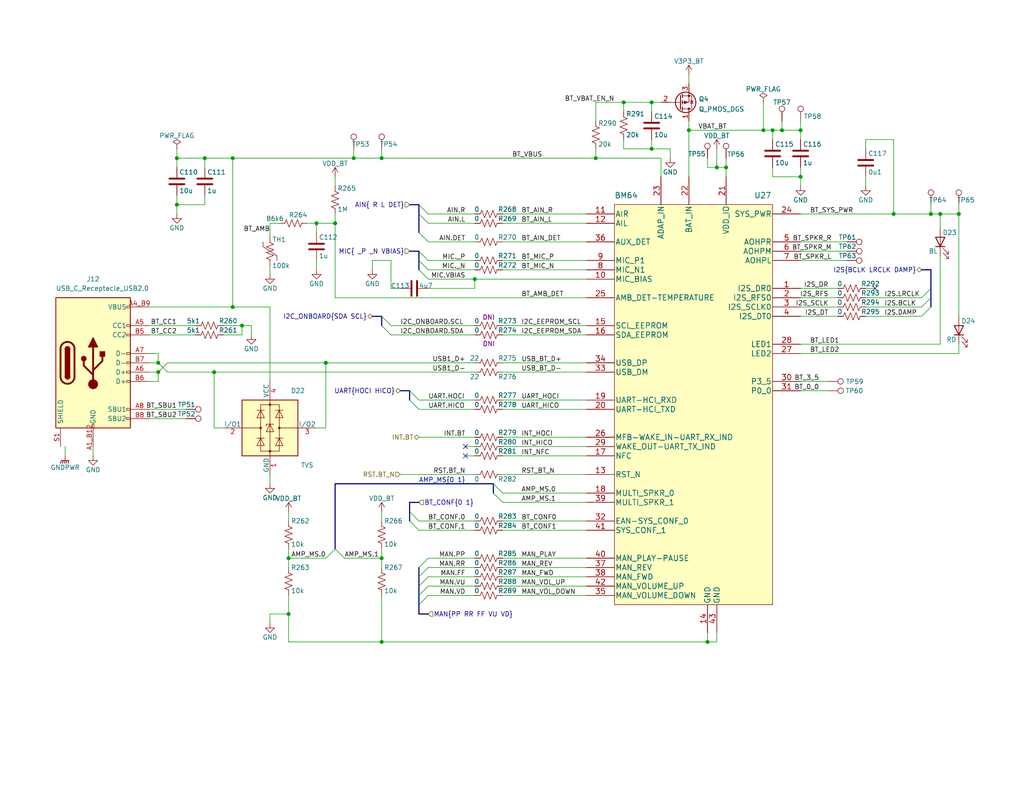
<source format=kicad_sch>
(kicad_sch (version 20211123) (generator eeschema)
  (paper "A")
  (title_block (title "Clock-Radio Main") (date "2022-03-05") (rev "0.5") (company "Ruralguru Projects") (comment 1 "Earl Watkins"))
  (junction (at 91.44 60.96))
  (junction (at 198.12 45.72))
  (junction (at 58.42 101.6))
  (junction (at 195.58 45.72))
  (junction (at 177.8 40.64))
  (junction (at 210.82 35.56))
  (junction (at 243.84 58.42))
  (junction (at 63.5 43.18))
  (junction (at 78.74 167.64))
  (junction (at 162.56 43.18))
  (junction (at 48.26 55.88))
  (junction (at 218.44 48.26))
  (junction (at 256.54 58.42))
  (junction (at 104.14 43.18))
  (junction (at 86.36 60.96))
  (junction (at 193.04 175.26))
  (junction (at 104.14 175.26))
  (junction (at 88.9 99.06))
  (junction (at 48.26 43.18))
  (junction (at 43.18 101.6))
  (junction (at 63.5 83.82))
  (junction (at 55.88 43.18))
  (junction (at 129.54 76.2))
  (junction (at 218.44 35.56))
  (junction (at 213.36 35.56))
  (junction (at 43.18 99.06))
  (junction (at 177.8 27.94))
  (junction (at 104.14 152.4))
  (junction (at 170.18 27.94))
  (junction (at 254 58.42))
  (junction (at 261.62 58.42))
  (junction (at 187.96 35.56))
  (junction (at 96.52 43.18))
  (junction (at 66.04 88.9))
  (junction (at 78.74 152.4))
  (junction (at 208.28 35.56))
  (no_connect (at 238.76 78.74))
  (no_connect (at 127 124.46))
  (no_connect (at 127 121.92))
  (bus_entry (at 91.44 149.86) (size -2.54 2.54))
  (bus_entry (at 254 81.28) (size -2.54 2.54))
  (bus_entry (at 114.3 154.94) (size 2.54 -2.54))
  (bus_entry (at 114.3 68.58) (size 2.54 2.54))
  (bus_entry (at 114.3 160.02) (size 2.54 -2.54))
  (bus_entry (at 114.3 73.66) (size 2.54 2.54))
  (bus_entry (at 111.76 109.22) (size 2.54 2.54))
  (bus_entry (at 114.3 157.48) (size 2.54 -2.54))
  (bus_entry (at 134.62 132.08) (size 2.54 2.54))
  (bus_entry (at 134.62 134.62) (size 2.54 2.54))
  (bus_entry (at 104.14 86.36) (size 2.54 2.54))
  (bus_entry (at 93.98 152.4) (size -2.54 -2.54))
  (bus_entry (at 111.76 106.68) (size 2.54 2.54))
  (bus_entry (at 254 83.82) (size -2.54 2.54))
  (bus_entry (at 111.76 139.7) (size 2.54 2.54))
  (bus_entry (at 254 78.74) (size -2.54 2.54))
  (bus_entry (at 114.3 63.5) (size 2.54 2.54))
  (bus_entry (at 114.3 162.56) (size 2.54 -2.54))
  (bus_entry (at 104.14 88.9) (size 2.54 2.54))
  (bus_entry (at 114.3 165.1) (size 2.54 -2.54))
  (bus_entry (at 114.3 58.42) (size 2.54 2.54))
  (bus_entry (at 114.3 55.88) (size 2.54 2.54))
  (bus_entry (at 111.76 142.24) (size 2.54 2.54))
  (bus_entry (at 114.3 71.12) (size 2.54 2.54))
  (wire (pts (xy 116.84 152.4) (xy 129.54 152.4)))
  (wire (pts (xy 55.88 43.18) (xy 55.88 45.72)))
  (wire (pts (xy 96.52 43.18) (xy 104.14 43.18)))
  (wire (pts (xy 256.54 58.42) (xy 261.62 58.42)))
  (wire (pts (xy 218.44 58.42) (xy 243.84 58.42)))
  (wire (pts (xy 116.84 76.2) (xy 129.54 76.2)))
  (bus (pts (xy 111.76 139.7) (xy 111.76 142.24)))
  (wire (pts (xy 195.58 40.64) (xy 195.58 45.72)))
  (wire (pts (xy 198.12 45.72) (xy 198.12 48.26)))
  (wire (pts (xy 78.74 152.4) (xy 78.74 154.94)))
  (wire (pts (xy 236.22 48.26) (xy 236.22 50.8)))
  (wire (pts (xy 218.44 71.12) (xy 231.14 71.12)))
  (wire (pts (xy 127 124.46) (xy 129.54 124.46)))
  (wire (pts (xy 137.16 111.76) (xy 160.02 111.76)))
  (wire (pts (xy 177.8 40.64) (xy 170.18 40.64)))
  (wire (pts (xy 43.18 101.6) (xy 43.18 104.14)))
  (wire (pts (xy 106.68 91.44) (xy 129.54 91.44)))
  (wire (pts (xy 137.16 154.94) (xy 160.02 154.94)))
  (wire (pts (xy 256.54 58.42) (xy 254 58.42)))
  (wire (pts (xy 17.78 121.92) (xy 17.78 124.46)))
  (wire (pts (xy 137.16 134.62) (xy 160.02 134.62)))
  (wire (pts (xy 91.44 81.28) (xy 160.02 81.28)))
  (wire (pts (xy 78.74 175.26) (xy 104.14 175.26)))
  (wire (pts (xy 78.74 149.86) (xy 78.74 152.4)))
  (wire (pts (xy 218.44 81.28) (xy 228.6 81.28)))
  (wire (pts (xy 261.62 55.88) (xy 261.62 58.42)))
  (wire (pts (xy 137.16 144.78) (xy 160.02 144.78)))
  (wire (pts (xy 218.44 48.26) (xy 218.44 50.8)))
  (wire (pts (xy 137.16 121.92) (xy 160.02 121.92)))
  (wire (pts (xy 218.44 33.02) (xy 218.44 35.56)))
  (wire (pts (xy 116.84 154.94) (xy 129.54 154.94)))
  (wire (pts (xy 116.84 58.42) (xy 129.54 58.42)))
  (wire (pts (xy 182.88 40.64) (xy 182.88 43.18)))
  (wire (pts (xy 261.62 58.42) (xy 261.62 86.36)))
  (wire (pts (xy 63.5 43.18) (xy 63.5 83.82)))
  (wire (pts (xy 48.26 43.18) (xy 48.26 45.72)))
  (wire (pts (xy 116.84 160.02) (xy 129.54 160.02)))
  (wire (pts (xy 86.36 60.96) (xy 86.36 63.5)))
  (wire (pts (xy 116.84 157.48) (xy 129.54 157.48)))
  (bus (pts (xy 111.76 55.88) (xy 114.3 55.88)))
  (bus (pts (xy 91.44 132.08) (xy 134.62 132.08)))
  (wire (pts (xy 116.84 78.74) (xy 129.54 78.74)))
  (wire (pts (xy 256.54 69.85) (xy 256.54 93.98)))
  (bus (pts (xy 109.22 106.68) (xy 111.76 106.68)))
  (wire (pts (xy 48.26 55.88) (xy 55.88 55.88)))
  (wire (pts (xy 48.26 53.34) (xy 48.26 55.88)))
  (wire (pts (xy 91.44 58.42) (xy 91.44 60.96)))
  (wire (pts (xy 177.8 27.94) (xy 170.18 27.94)))
  (wire (pts (xy 50.8 114.3) (xy 40.64 114.3)))
  (wire (pts (xy 137.16 160.02) (xy 160.02 160.02)))
  (wire (pts (xy 162.56 27.94) (xy 162.56 33.02)))
  (wire (pts (xy 137.16 73.66) (xy 160.02 73.66)))
  (wire (pts (xy 218.44 45.72) (xy 218.44 48.26)))
  (wire (pts (xy 48.26 40.64) (xy 48.26 43.18)))
  (wire (pts (xy 114.3 111.76) (xy 129.54 111.76)))
  (wire (pts (xy 48.26 55.88) (xy 48.26 58.42)))
  (wire (pts (xy 170.18 27.94) (xy 162.56 27.94)))
  (wire (pts (xy 25.4 121.92) (xy 25.4 124.46)))
  (wire (pts (xy 137.16 152.4) (xy 160.02 152.4)))
  (wire (pts (xy 88.9 99.06) (xy 129.54 99.06)))
  (wire (pts (xy 73.66 72.39) (xy 73.66 74.93)))
  (wire (pts (xy 78.74 167.64) (xy 78.74 175.26)))
  (wire (pts (xy 40.64 104.14) (xy 43.18 104.14)))
  (wire (pts (xy 137.16 157.48) (xy 160.02 157.48)))
  (wire (pts (xy 116.84 71.12) (xy 129.54 71.12)))
  (wire (pts (xy 218.44 66.04) (xy 231.14 66.04)))
  (wire (pts (xy 213.36 33.02) (xy 213.36 35.56)))
  (wire (pts (xy 86.36 116.84) (xy 88.9 116.84)))
  (wire (pts (xy 58.42 101.6) (xy 129.54 101.6)))
  (wire (pts (xy 218.44 93.98) (xy 256.54 93.98)))
  (wire (pts (xy 55.88 53.34) (xy 55.88 55.88)))
  (wire (pts (xy 137.16 109.22) (xy 160.02 109.22)))
  (wire (pts (xy 104.14 139.7) (xy 104.14 142.24)))
  (wire (pts (xy 137.16 101.6) (xy 160.02 101.6)))
  (wire (pts (xy 45.72 99.06) (xy 88.9 99.06)))
  (bus (pts (xy 114.3 165.1) (xy 114.3 162.56)))
  (wire (pts (xy 116.84 60.96) (xy 129.54 60.96)))
  (wire (pts (xy 180.34 43.18) (xy 180.34 48.26)))
  (wire (pts (xy 40.64 91.44) (xy 53.34 91.44)))
  (wire (pts (xy 114.3 109.22) (xy 129.54 109.22)))
  (wire (pts (xy 50.8 111.76) (xy 40.64 111.76)))
  (wire (pts (xy 96.52 40.64) (xy 96.52 43.18)))
  (wire (pts (xy 86.36 71.12) (xy 86.36 73.66)))
  (wire (pts (xy 195.58 45.72) (xy 198.12 45.72)))
  (wire (pts (xy 254 55.88) (xy 254 58.42)))
  (bus (pts (xy 254 81.28) (xy 254 83.82)))
  (wire (pts (xy 195.58 175.26) (xy 195.58 172.72)))
  (wire (pts (xy 73.66 83.82) (xy 73.66 104.14)))
  (wire (pts (xy 137.16 99.06) (xy 160.02 99.06)))
  (wire (pts (xy 236.22 38.1) (xy 236.22 40.64)))
  (wire (pts (xy 180.34 27.94) (xy 177.8 27.94)))
  (wire (pts (xy 63.5 83.82) (xy 73.66 83.82)))
  (wire (pts (xy 43.18 99.06) (xy 45.72 101.6)))
  (bus (pts (xy 114.3 58.42) (xy 114.3 63.5)))
  (bus (pts (xy 114.3 160.02) (xy 114.3 157.48)))
  (wire (pts (xy 137.16 88.9) (xy 160.02 88.9)))
  (wire (pts (xy 43.18 101.6) (xy 45.72 99.06)))
  (wire (pts (xy 78.74 152.4) (xy 88.9 152.4)))
  (wire (pts (xy 83.82 60.96) (xy 86.36 60.96)))
  (wire (pts (xy 129.54 76.2) (xy 160.02 76.2)))
  (wire (pts (xy 104.14 154.94) (xy 104.14 152.4)))
  (wire (pts (xy 187.96 35.56) (xy 208.28 35.56)))
  (wire (pts (xy 127 121.92) (xy 129.54 121.92)))
  (wire (pts (xy 55.88 43.18) (xy 63.5 43.18)))
  (wire (pts (xy 106.68 88.9) (xy 129.54 88.9)))
  (wire (pts (xy 63.5 43.18) (xy 96.52 43.18)))
  (wire (pts (xy 101.6 71.12) (xy 101.6 73.66)))
  (wire (pts (xy 198.12 43.18) (xy 198.12 45.72)))
  (wire (pts (xy 137.16 91.44) (xy 160.02 91.44)))
  (wire (pts (xy 236.22 86.36) (xy 251.46 86.36)))
  (wire (pts (xy 218.44 83.82) (xy 228.6 83.82)))
  (wire (pts (xy 109.22 78.74) (xy 106.68 78.74)))
  (wire (pts (xy 104.14 162.56) (xy 104.14 175.26)))
  (wire (pts (xy 73.66 167.64) (xy 73.66 170.18)))
  (wire (pts (xy 106.68 71.12) (xy 101.6 71.12)))
  (wire (pts (xy 78.74 167.64) (xy 78.74 162.56)))
  (wire (pts (xy 195.58 175.26) (xy 193.04 175.26)))
  (wire (pts (xy 88.9 99.06) (xy 88.9 116.84)))
  (wire (pts (xy 60.96 116.84) (xy 58.42 116.84)))
  (wire (pts (xy 137.16 162.56) (xy 160.02 162.56)))
  (wire (pts (xy 106.68 78.74) (xy 106.68 71.12)))
  (bus (pts (xy 114.3 162.56) (xy 114.3 160.02)))
  (wire (pts (xy 137.16 60.96) (xy 160.02 60.96)))
  (wire (pts (xy 104.14 152.4) (xy 93.98 152.4)))
  (wire (pts (xy 66.04 88.9) (xy 68.58 88.9)))
  (wire (pts (xy 187.96 35.56) (xy 187.96 33.02)))
  (wire (pts (xy 137.16 71.12) (xy 160.02 71.12)))
  (wire (pts (xy 137.16 124.46) (xy 160.02 124.46)))
  (wire (pts (xy 73.66 60.96) (xy 76.2 60.96)))
  (wire (pts (xy 162.56 40.64) (xy 162.56 43.18)))
  (wire (pts (xy 177.8 27.94) (xy 177.8 30.48)))
  (wire (pts (xy 213.36 35.56) (xy 218.44 35.56)))
  (bus (pts (xy 111.76 106.68) (xy 111.76 109.22)))
  (wire (pts (xy 210.82 45.72) (xy 210.82 48.26)))
  (bus (pts (xy 134.62 132.08) (xy 134.62 134.62)))
  (bus (pts (xy 114.3 71.12) (xy 114.3 73.66)))
  (wire (pts (xy 187.96 20.32) (xy 187.96 22.86)))
  (bus (pts (xy 116.84 167.64) (xy 114.3 167.64)))
  (wire (pts (xy 104.14 152.4) (xy 104.14 149.86)))
  (wire (pts (xy 116.84 73.66) (xy 129.54 73.66)))
  (bus (pts (xy 114.3 165.1) (xy 114.3 167.64)))
  (wire (pts (xy 91.44 48.26) (xy 91.44 50.8)))
  (wire (pts (xy 116.84 162.56) (xy 129.54 162.56)))
  (wire (pts (xy 137.16 119.38) (xy 160.02 119.38)))
  (wire (pts (xy 68.58 88.9) (xy 68.58 91.44)))
  (wire (pts (xy 114.3 119.38) (xy 129.54 119.38)))
  (wire (pts (xy 210.82 35.56) (xy 210.82 38.1)))
  (wire (pts (xy 226.06 104.14) (xy 218.44 104.14)))
  (bus (pts (xy 114.3 68.58) (xy 114.3 71.12)))
  (wire (pts (xy 236.22 78.74) (xy 238.76 78.74)))
  (bus (pts (xy 91.44 132.08) (xy 91.44 149.86)))
  (wire (pts (xy 137.16 137.16) (xy 160.02 137.16)))
  (wire (pts (xy 218.44 35.56) (xy 218.44 38.1)))
  (wire (pts (xy 40.64 101.6) (xy 43.18 101.6)))
  (wire (pts (xy 226.06 106.68) (xy 218.44 106.68)))
  (wire (pts (xy 218.44 78.74) (xy 228.6 78.74)))
  (wire (pts (xy 114.3 142.24) (xy 129.54 142.24)))
  (wire (pts (xy 60.96 88.9) (xy 66.04 88.9)))
  (wire (pts (xy 137.16 142.24) (xy 160.02 142.24)))
  (wire (pts (xy 137.16 58.42) (xy 160.02 58.42)))
  (bus (pts (xy 101.6 86.36) (xy 104.14 86.36)))
  (wire (pts (xy 91.44 81.28) (xy 91.44 60.96)))
  (wire (pts (xy 208.28 27.94) (xy 208.28 35.56)))
  (wire (pts (xy 137.16 129.54) (xy 160.02 129.54)))
  (wire (pts (xy 114.3 144.78) (xy 129.54 144.78)))
  (wire (pts (xy 208.28 35.56) (xy 210.82 35.56)))
  (wire (pts (xy 73.66 129.54) (xy 73.66 132.08)))
  (wire (pts (xy 40.64 83.82) (xy 63.5 83.82)))
  (wire (pts (xy 170.18 40.64) (xy 170.18 38.1)))
  (wire (pts (xy 243.84 38.1) (xy 243.84 58.42)))
  (wire (pts (xy 243.84 58.42) (xy 254 58.42)))
  (wire (pts (xy 193.04 43.18) (xy 193.04 45.72)))
  (wire (pts (xy 177.8 38.1) (xy 177.8 40.64)))
  (wire (pts (xy 109.22 129.54) (xy 129.54 129.54)))
  (wire (pts (xy 78.74 139.7) (xy 78.74 142.24)))
  (wire (pts (xy 58.42 101.6) (xy 58.42 116.84)))
  (wire (pts (xy 73.66 60.96) (xy 73.66 64.77)))
  (wire (pts (xy 91.44 60.96) (xy 86.36 60.96)))
  (wire (pts (xy 236.22 83.82) (xy 251.46 83.82)))
  (bus (pts (xy 251.46 73.66) (xy 254 73.66)))
  (wire (pts (xy 43.18 99.06) (xy 43.18 96.52)))
  (wire (pts (xy 116.84 66.04) (xy 129.54 66.04)))
  (wire (pts (xy 182.88 40.64) (xy 177.8 40.64)))
  (wire (pts (xy 218.44 96.52) (xy 261.62 96.52)))
  (wire (pts (xy 104.14 40.64) (xy 104.14 43.18)))
  (wire (pts (xy 137.16 66.04) (xy 160.02 66.04)))
  (wire (pts (xy 213.36 35.56) (xy 210.82 35.56)))
  (wire (pts (xy 261.62 93.98) (xy 261.62 96.52)))
  (wire (pts (xy 193.04 45.72) (xy 195.58 45.72)))
  (wire (pts (xy 236.22 81.28) (xy 251.46 81.28)))
  (wire (pts (xy 45.72 101.6) (xy 58.42 101.6)))
  (wire (pts (xy 104.14 175.26) (xy 193.04 175.26)))
  (wire (pts (xy 73.66 167.64) (xy 78.74 167.64)))
  (wire (pts (xy 256.54 58.42) (xy 256.54 62.23)))
  (wire (pts (xy 218.44 68.58) (xy 231.14 68.58)))
  (bus (pts (xy 254 73.66) (xy 254 78.74)))
  (wire (pts (xy 193.04 175.26) (xy 193.04 172.72)))
  (wire (pts (xy 129.54 78.74) (xy 129.54 76.2)))
  (bus (pts (xy 114.3 55.88) (xy 114.3 58.42)))
  (bus (pts (xy 104.14 86.36) (xy 104.14 88.9)))
  (wire (pts (xy 218.44 86.36) (xy 228.6 86.36)))
  (wire (pts (xy 66.04 91.44) (xy 66.04 88.9)))
  (wire (pts (xy 210.82 48.26) (xy 218.44 48.26)))
  (wire (pts (xy 40.64 99.06) (xy 43.18 99.06)))
  (wire (pts (xy 60.96 91.44) (xy 66.04 91.44)))
  (wire (pts (xy 170.18 27.94) (xy 170.18 30.48)))
  (bus (pts (xy 114.3 157.48) (xy 114.3 154.94)))
  (wire (pts (xy 187.96 35.56) (xy 187.96 48.26)))
  (bus (pts (xy 254 78.74) (xy 254 81.28)))
  (wire (pts (xy 40.64 88.9) (xy 53.34 88.9)))
  (wire (pts (xy 104.14 43.18) (xy 162.56 43.18)))
  (wire (pts (xy 48.26 43.18) (xy 55.88 43.18)))
  (bus (pts (xy 111.76 137.16) (xy 111.76 139.7)))
  (bus (pts (xy 111.76 68.58) (xy 114.3 68.58)))
  (wire (pts (xy 162.56 43.18) (xy 180.34 43.18)))
  (bus (pts (xy 114.3 137.16) (xy 111.76 137.16)))
  (wire (pts (xy 236.22 38.1) (xy 243.84 38.1)))
  (wire (pts (xy 40.64 96.52) (xy 43.18 96.52)))
  (text "${SHEETNAME}" (at 12.7 30.48 0) (effects (font (size 10.16 10.16) (thickness 2.032) bold) (justify left bottom)))
  (label "MAN.VD" (at 127 162.56 180))
  (label "UART_HOCI" (at 142.24 109.22 0))
  (label "MAN.PP" (at 127 152.4 180))
  (label "BT_0_0" (at 223.52 106.68 180))
  (label "BT_MIC_N" (at 142.24 73.66 0))
  (label "BT_LED1" (at 220.98 93.98 0))
  (label "AMP_MS.0" (at 88.9 152.4 180))
  (label "BT_CONF0" (at 142.24 142.24 0))
  (label "I2S.DAMP" (at 241.3 86.36 0))
  (label "I2S_RFS" (at 226.06 81.28 180))
  (label "INT_NFC" (at 142.24 124.46 0))
  (label "AIN.L" (at 127 60.96 180))
  (label "BT_3_5" (at 223.52 104.14 180))
  (label "BT_CONF1" (at 142.24 144.78 0))
  (label "I2C_ONBOARD.SDA" (at 109.22 91.44 0))
  (label "AMP_MS{0 1}" (at 127 132.08 180))
  (label "UART.HOCI" (at 116.84 109.22 0))
  (label "BT_AIN_L" (at 142.24 60.96 0))
  (label "INT.BT" (at 127 119.38 180))
  (label "MAN.VU" (at 127 160.02 180))
  (label "BT_MIC_P" (at 142.24 71.12 0))
  (label "BT_SBU1" (at 48.26 111.76 180))
  (label "I2C_EEPROM_SDA" (at 142.24 91.44 0))
  (label "RST_BT_N" (at 142.24 129.54 0))
  (label "I2C_EEPROM_SCL" (at 142.24 88.9 0))
  (label "BT_CC1" (at 48.26 88.9 180))
  (label "MIC._P" (at 127 71.12 180))
  (label "BT_SBU2" (at 48.26 114.3 180))
  (label "BT_SYS_PWR" (at 220.98 58.42 0))
  (label "BT_AMB_DET" (at 142.24 81.28 0))
  (label "USB1_D-" (at 127 101.6 180))
  (label "MAN_REV" (at 142.24 154.94 0))
  (label "AMP_MS.1" (at 142.24 137.16 0))
  (label "BT_VBAT_EN_N" (at 167.64 27.94 180))
  (label "AMP_MS.0" (at 142.24 134.62 0))
  (label "BT_AMB" (at 73.66 63.5 180))
  (label "UART.HICO" (at 116.84 111.76 0))
  (label "MAN.RR" (at 127 154.94 180))
  (label "MIC._N" (at 127 73.66 180))
  (label "BT_SPKR_L" (at 226.9274 71.12 180))
  (label "MAN_VOL_UP" (at 142.24 160.02 0))
  (label "INT_HOCI" (at 142.24 119.38 0))
  (label "AMP_MS.1" (at 93.98 152.4 0))
  (label "BT_CONF.0" (at 127 142.24 180))
  (label "I2S_DT" (at 226.06 86.36 180))
  (label "USB_BT_D+" (at 142.24 99.06 0))
  (label "RST.BT_N" (at 127 129.54 180))
  (label "MAN_FWD" (at 142.24 157.48 0))
  (label "UART_HICO" (at 142.24 111.76 0))
  (label "I2S.LRCLK" (at 241.3 81.28 0))
  (label "USB_BT_D-" (at 142.24 101.6 0))
  (label "I2S_SCLK" (at 226.06 83.82 180))
  (label "BT_LED2" (at 220.98 96.52 0))
  (label "BT_AIN_R" (at 142.24 58.42 0))
  (label "BT_SPKR_R" (at 226.9274 66.04 180))
  (label "BT_CC2" (at 48.26 91.44 180))
  (label "BT_SPKR_M" (at 226.9274 68.58 180))
  (label "AIN.DET" (at 127 66.04 180))
  (label "INT_HICO" (at 142.24 121.92 0))
  (label "MIC.VBIAS" (at 127 76.2 180))
  (label "MAN_VOL_DOWN" (at 142.24 162.56 0))
  (label "BT_CONF.1" (at 127 144.78 180))
  (label "I2C_ONBOARD.SCL" (at 109.22 88.9 0))
  (label "USB1_D+" (at 127 99.06 180))
  (label "MAN.FF" (at 127 157.48 180))
  (label "BT_VBUS" (at 139.7 43.18 0))
  (label "I2S_DR" (at 226.06 78.74 180))
  (label "AIN.R" (at 127 58.42 180))
  (label "BT_AIN_DET" (at 142.24 66.04 0))
  (label "MAN_PLAY" (at 142.24 152.4 0))
  (label "I2S.BCLK" (at 241.3 83.82 0))
  (label "VBAT_BT" (at 190.5 35.56 0))
  (hierarchical_label "I2C_ONBOARD{SDA SCL}" (shape bidirectional) (at 101.6 86.36 180))
  (hierarchical_label "BT_CONF{0 1}" (shape input) (at 114.3 137.16 0))
  (hierarchical_label "I2S{BCLK LRCLK DAMP}" (shape bidirectional) (at 251.46 73.66 180))
  (hierarchical_label "INT.BT" (shape bidirectional) (at 114.3 119.38 180))
  (hierarchical_label "MIC{ _P _N VBIAS}" (shape input) (at 111.76 68.58 180))
  (hierarchical_label "AIN{ R L DET}" (shape input) (at 111.76 55.88 180))
  (hierarchical_label "RST.BT_N" (shape input) (at 109.22 129.54 180))
  (hierarchical_label "UART{HOCI HICO}" (shape bidirectional) (at 109.22 106.68 180))
  (hierarchical_label "MAN{PP RR FF VU VD}" (shape input) (at 116.84 167.64 0))
  (symbol (lib_id "Device:R_US") (at 57.15 88.9 90) (unit 1)
    (property "Reference" "R260" (at 59.69 87.63 90) (effects (justify right)))
    (property "Value" "5k1" (at 54.61 87.63 90) (effects (justify left)))
    (property "Footprint" "Resistor_SMD:R_0603_1608Metric_Pad0.98x0.95mm_HandSolder" (effects hide))
    (property "Vendor" "Mouser" (effects hide))
    (property "Description" "Resistors - SMD 5.1 kOhms 100mW 0603 1%" (effects hide))
    (property "MFR" "YAGEO" (effects hide))
    (property "MPN" "AC0603FR-075K1L" (effects hide))
    (property "Vendor PN" "603-AC0603FR-075K1L" (effects hide))
  )
  (symbol (lib_id "power:GND") (at 68.58 91.44 0) (unit 1)
    (property "Reference" "#PWR0109" (effects hide))
    (property "Value" "GND" (at 68.58 95.25 0))
  )
  (symbol (lib_id "Connector:TestPoint") (at 218.44 33.02 0) (unit 1)
    (property "Reference" "TP58" (at 221.7134 31.7877 0))
    (property "Value" "TestPoint" (effects hide))
    (property "Footprint" "TestPoint:TestPoint_Pad_D2.0mm" (effects hide))
    (property "Datasheet" "-" (effects hide))
    (property "Description" "-" (effects hide))
    (property "MFR" "-" (effects hide))
    (property "MPN" "-" (effects hide))
    (property "Status" "FAB" (effects hide))
    (property "JLBPCB# (Optional)" "-" (effects hide))
    (property "Vendor" "-" (effects hide))
    (property "Vendor PN" "-" (effects hide))
  )
  (symbol (lib_id "Device:R_US") (at 133.35 91.44 90) (unit 1)
    (property "Reference" "R274" (at 135.89 90.17 90) (effects (justify right)))
    (property "Value" "0" (at 130.81 90.17 90) (effects (justify left)))
    (property "Footprint" "Resistor_SMD:R_0603_1608Metric_Pad0.98x0.95mm_HandSolder" (effects hide))
    (property "Status" "DNI" (at 133.3783 93.8558 90))
    (property "Description" "Resistors - SMD 0 Ohms 100 mW 0603 1%" (effects hide))
    (property "MFR" "YAGEO" (effects hide))
    (property "MPN" "RC0603FR-130RL" (effects hide))
    (property "Vendor" "Mouser" (effects hide))
    (property "Vendor PN" "603-RC0603FR-130RL" (effects hide))
  )
  (symbol (lib_id "Device:C") (at 55.88 49.53 0) (unit 1)
    (property "Reference" "C111" (at 56.515 46.99 0) (effects (justify left)))
    (property "Value" "1u" (at 56.515 52.07 0) (effects (justify left)))
    (property "Footprint" "Capacitor_SMD:C_0805_2012Metric_Pad1.18x1.45mm_HandSolder" (effects hide))
    (property "Description" "MLCC - SMD/SMT 1uF+/-10% 50V X7R 20 0805" (effects hide))
    (property "MFR" "Samsung Electro-Mechanics" (effects hide))
    (property "MPN" "CL21B105KBFNFNE" (effects hide))
    (property "Status" "ALWAYS" (effects hide))
    (property "Vendor" "Mouser" (effects hide))
    (property "Vendor PN" "187-CL21B105KBFNFNE" (effects hide))
  )
  (symbol (lib_id "Device:R_US") (at 133.35 124.46 90) (unit 1)
    (property "Reference" "R281" (at 135.89 123.19 90) (effects (justify right)))
    (property "Value" "0" (at 130.81 123.19 90) (effects (justify left)))
    (property "Footprint" "Resistor_SMD:R_0603_1608Metric_Pad0.98x0.95mm_HandSolder" (effects hide))
    (property "Description" "Resistors - SMD 0 Ohms 100 mW 0603 1%" (effects hide))
    (property "MFR" "YAGEO" (effects hide))
    (property "MPN" "RC0603FR-130RL" (effects hide))
    (property "Vendor" "Mouser" (effects hide))
    (property "Vendor PN" "603-RC0603FR-130RL" (effects hide))
  )
  (symbol (lib_id "Connector:TestPoint") (at 96.52 40.64 0) (unit 1) (in_bom no)
    (property "Reference" "TP53" (at 98.425 39.37 0))
    (property "Value" "TestPoint" (effects hide))
    (property "Footprint" "TestPoint:TestPoint_Pad_D2.0mm" (effects hide))
    (property "Datasheet" "-" (effects hide))
    (property "Description" "-" (effects hide))
    (property "MFR" "-" (effects hide))
    (property "MPN" "-" (effects hide))
    (property "Status" "FAB" (effects hide))
    (property "JLBPCB# (Optional)" "-" (effects hide))
    (property "Vendor" "-" (effects hide))
    (property "Vendor PN" "-" (effects hide))
  )
  (symbol (lib_id "Device:LED") (at 261.62 90.17 90) (unit 1)
    (property "Reference" "D24" (at 262.255 87.63 90) (effects (justify right)))
    (property "Value" "RD" (at 260.985 92.71 90) (effects (justify left)))
    (property "Footprint" "LED_SMD:LED_0603_1608Metric_Pad1.05x0.95mm_HandSolder" (effects hide))
    (property "Description" "LEDs -SMD TpVw Waterclr 0603 SprRed" (effects hide))
    (property "MFR" "Wurth Elektronik" (effects hide))
    (property "MPN" "150060SS75000" (effects hide))
    (property "Status" "ALWAYS" (effects hide))
    (property "Vendor" "Mouser" (effects hide))
    (property "Vendor PN" "710-150060SS75000" (effects hide))
  )
  (symbol (lib_id "Connector:TestPoint") (at 193.04 43.18 0) (unit 1) (in_bom no)
    (property "Reference" "TP55" (at 192.5872 42.0147 0) (effects (justify right)))
    (property "Value" "TestPoint" (effects hide))
    (property "Footprint" "TestPoint:TestPoint_Pad_D2.0mm" (effects hide))
    (property "Datasheet" "-" (effects hide))
    (property "Description" "-" (effects hide))
    (property "MFR" "-" (effects hide))
    (property "MPN" "-" (effects hide))
    (property "Status" "FAB" (effects hide))
    (property "JLBPCB# (Optional)" "-" (effects hide))
    (property "Vendor" "-" (effects hide))
    (property "Vendor PN" "-" (effects hide))
  )
  (symbol (lib_id "Connector:TestPoint") (at 50.8 114.3 270) (mirror x) (unit 1)
    (property "Reference" "TP52" (at 53.34 113.03 90) (effects (justify right)))
    (property "Value" "TestPoint" (effects hide))
    (property "Footprint" "TestPoint:TestPoint_Pad_D2.0mm" (effects hide))
    (property "Datasheet" "-" (effects hide))
    (property "Status" "FAB" (effects hide))
    (property "Description" "-" (effects hide))
    (property "JLBPCB# (Optional)" "-" (effects hide))
    (property "MFR" "-" (effects hide))
    (property "MPN" "-" (effects hide))
    (property "Vendor" "-" (effects hide))
    (property "Vendor PN" "-" (effects hide))
  )
  (symbol (lib_id "Device:R_US") (at 232.41 83.82 90) (unit 1)
    (property "Reference" "R294" (at 234.95 82.55 90) (effects (justify right)))
    (property "Value" "0" (at 229.87 82.55 90) (effects (justify left)))
    (property "Footprint" "Resistor_SMD:R_0603_1608Metric_Pad0.98x0.95mm_HandSolder" (effects hide))
    (property "Description" "Resistors - SMD 0 Ohms 100 mW 0603 1%" (effects hide))
    (property "MFR" "YAGEO" (effects hide))
    (property "MPN" "RC0603FR-130RL" (effects hide))
    (property "Vendor" "Mouser" (effects hide))
    (property "Vendor PN" "603-RC0603FR-130RL" (effects hide))
  )
  (symbol (lib_id "Connector:TestPoint") (at 231.14 66.04 270) (mirror x) (unit 1)
    (property "Reference" "TP61" (at 233.68 64.77 90) (effects (justify right)))
    (property "Value" "TestPoint" (effects hide))
    (property "Footprint" "TestPoint:TestPoint_Pad_D2.0mm" (effects hide))
    (property "Datasheet" "-" (effects hide))
    (property "Status" "FAB" (effects hide))
    (property "Description" "-" (effects hide))
    (property "JLBPCB# (Optional)" "-" (effects hide))
    (property "MFR" "-" (effects hide))
    (property "MPN" "-" (effects hide))
    (property "Vendor" "-" (effects hide))
    (property "Vendor PN" "-" (effects hide))
  )
  (symbol (lib_id "power:GNDPWR") (at 17.78 124.46 0) (unit 1)
    (property "Reference" "#PWR0106" (effects hide))
    (property "Value" "GNDPWR" (at 17.78 127.635 0))
  )
  (symbol (lib_id "Connector:TestPoint") (at 198.12 43.18 0) (unit 1)
    (property "Reference" "TP56" (at 198.3826 42.1097 0) (effects (justify left)))
    (property "Value" "TestPoint" (effects hide))
    (property "Footprint" "TestPoint:TestPoint_Pad_D2.0mm" (effects hide))
    (property "Datasheet" "-" (effects hide))
    (property "Description" "-" (effects hide))
    (property "MFR" "-" (effects hide))
    (property "MPN" "-" (effects hide))
    (property "Status" "FAB" (effects hide))
    (property "JLBPCB# (Optional)" "-" (effects hide))
    (property "Vendor" "-" (effects hide))
    (property "Vendor PN" "-" (effects hide))
  )
  (symbol (lib_id "Device:C") (at 113.03 78.74 90) (unit 1)
    (property "Reference" "C113" (at 111.76 78.74 90) (effects (justify left top)))
    (property "Value" "4u7" (at 114.3 78.74 90) (effects (justify right top)))
    (property "Footprint" "Capacitor_SMD:C_1206_3216Metric_Pad1.33x1.80mm_HandSolder" (effects hide))
    (property "Description" "SMD/SMT 4.7uF+/-10% 50V X7R 1206" (effects hide))
    (property "MFR" "Samsung Electro-Mechanics" (effects hide))
    (property "MPN" "CL31B475KBHNFNE" (effects hide))
    (property "Status" "ALWAYS" (effects hide))
    (property "Vendor" "Mouser" (effects hide))
    (property "Vendor PN" "187-CL31B475KBHNFNE" (effects hide))
  )
  (symbol (lib_id "Device:R_US") (at 133.35 66.04 90) (unit 1)
    (property "Reference" "R270" (at 135.89 64.77 90) (effects (justify right)))
    (property "Value" "0" (at 130.81 64.77 90) (effects (justify left)))
    (property "Footprint" "Resistor_SMD:R_0603_1608Metric_Pad0.98x0.95mm_HandSolder" (effects hide))
    (property "Description" "Resistors - SMD 0 Ohms 100 mW 0603 1%" (effects hide))
    (property "MFR" "YAGEO" (effects hide))
    (property "MPN" "RC0603FR-130RL" (effects hide))
    (property "Vendor" "Mouser" (effects hide))
    (property "Vendor PN" "603-RC0603FR-130RL" (effects hide))
  )
  (symbol (lib_id "Connector:TestPoint") (at 254 55.88 0) (unit 1) (in_bom no)
    (property "Reference" "TP64" (at 255.905 54.61 0))
    (property "Value" "TestPoint" (effects hide))
    (property "Footprint" "TestPoint:TestPoint_Pad_D2.0mm" (effects hide))
    (property "Datasheet" "-" (effects hide))
    (property "Description" "-" (effects hide))
    (property "MFR" "-" (effects hide))
    (property "MPN" "-" (effects hide))
    (property "Status" "FAB" (effects hide))
    (property "JLBPCB# (Optional)" "-" (effects hide))
    (property "Vendor" "-" (effects hide))
    (property "Vendor PN" "-" (effects hide))
  )
  (symbol (lib_id "Device:C") (at 218.44 41.91 0) (unit 1)
    (property "Reference" "C116" (at 219.075 39.37 0) (effects (justify left)))
    (property "Value" "1u" (at 219.075 44.45 0) (effects (justify left)))
    (property "Footprint" "Capacitor_SMD:C_0805_2012Metric_Pad1.18x1.45mm_HandSolder" (effects hide))
    (property "Description" "MLCC - SMD/SMT 1uF+/-10% 50V X7R 20 0805" (effects hide))
    (property "MFR" "Samsung Electro-Mechanics" (effects hide))
    (property "MPN" "CL21B105KBFNFNE" (effects hide))
    (property "Status" "ALWAYS" (effects hide))
    (property "Vendor" "Mouser" (effects hide))
    (property "Vendor PN" "187-CL21B105KBFNFNE" (effects hide))
  )
  (symbol (lib_id "power:GND") (at 101.6 73.66 0) (unit 1)
    (property "Reference" "#PWR0116" (effects hide))
    (property "Value" "GND" (at 101.6 77.47 0))
  )
  (symbol (lib_id "Device:R_US") (at 104.14 146.05 180) (unit 1)
    (property "Reference" "R266" (at 104.775 142.24 0) (effects (justify right)))
    (property "Value" "10k" (at 104.775 148.59 0) (effects (justify right)))
    (property "Footprint" "Resistor_SMD:R_0603_1608Metric_Pad0.98x0.95mm_HandSolder" (effects hide))
    (property "Description" "Resistors - SMD 10 kOhms 100 mW 0603 1%" (effects hide))
    (property "MFR" "YAGEO" (effects hide))
    (property "MPN" "AC0603FR-1310KL" (effects hide))
    (property "Vendor" "Mouser" (effects hide))
    (property "Vendor PN" "603-AC0603FR-1310KL" (effects hide))
  )
  (symbol (lib_id "Connector:TestPoint") (at 261.62 55.88 0) (unit 1)
    (property "Reference" "TP65" (at 263.525 54.61 0))
    (property "Value" "TestPoint" (effects hide))
    (property "Footprint" "TestPoint:TestPoint_Pad_D2.0mm" (effects hide))
    (property "Datasheet" "-" (effects hide))
    (property "Description" "-" (effects hide))
    (property "MFR" "-" (effects hide))
    (property "MPN" "-" (effects hide))
    (property "Status" "FAB" (effects hide))
    (property "JLBPCB# (Optional)" "-" (effects hide))
    (property "Vendor" "-" (effects hide))
    (property "Vendor PN" "-" (effects hide))
  )
  (symbol (lib_id "Connector:TestPoint") (at 50.8 111.76 270) (mirror x) (unit 1)
    (property "Reference" "TP51" (at 53.34 110.49 90) (effects (justify right)))
    (property "Value" "TestPoint" (effects hide))
    (property "Footprint" "TestPoint:TestPoint_Pad_D2.0mm" (effects hide))
    (property "Datasheet" "-" (effects hide))
    (property "Status" "FAB" (effects hide))
    (property "Description" "-" (effects hide))
    (property "JLBPCB# (Optional)" "-" (effects hide))
    (property "MFR" "-" (effects hide))
    (property "MPN" "-" (effects hide))
    (property "Vendor" "-" (effects hide))
    (property "Vendor PN" "-" (effects hide))
  )
  (symbol (lib_id "Device:R_US") (at 104.14 158.75 180) (unit 1)
    (property "Reference" "R267" (at 104.775 154.94 0) (effects (justify right)))
    (property "Value" "10k" (at 104.775 161.29 0) (effects (justify right)))
    (property "Footprint" "Resistor_SMD:R_0603_1608Metric_Pad0.98x0.95mm_HandSolder" (effects hide))
    (property "Description" "Resistors - SMD 10 kOhms 100 mW 0603 1%" (effects hide))
    (property "MFR" "YAGEO" (effects hide))
    (property "MPN" "AC0603FR-1310KL" (effects hide))
    (property "Vendor" "Mouser" (effects hide))
    (property "Vendor PN" "603-AC0603FR-1310KL" (effects hide))
  )
  (symbol (lib_id "power:GND") (at 86.36 73.66 0) (unit 1)
    (property "Reference" "#PWR0114" (effects hide))
    (property "Value" "GND" (at 86.36 77.47 0))
  )
  (symbol (lib_id "power:GND") (at 25.4 124.46 0) (unit 1)
    (property "Reference" "#PWR0107" (effects hide))
    (property "Value" "GND" (at 25.4 128.27 0))
  )
  (symbol (lib_id "power:GND") (at 73.66 74.93 0) (unit 1)
    (property "Reference" "#PWR0110" (effects hide))
    (property "Value" "GND" (at 73.66 78.74 0))
  )
  (symbol (lib_id "Device:R_US") (at 80.01 60.96 90) (unit 1)
    (property "Reference" "R264" (at 78.7818 58.6826 90) (effects (justify right)))
    (property "Value" "86k6" (at 77.47 59.69 90) (effects (justify left)))
    (property "Footprint" "Resistor_SMD:R_0603_1608Metric_Pad0.98x0.95mm_HandSolder" (effects hide))
    (property "Vendor" "Mouser" (effects hide))
    (property "Description" "Resistors - SMD 86.6kOhms 1/10W 0603 1%" (effects hide))
    (property "MFR" "YAGEO" (effects hide))
    (property "MPN" "AC0603FR-0786K6L" (effects hide))
    (property "Vendor PN" "603-AC0603FR-0786K6L" (effects hide))
  )
  (symbol (lib_id "power:GND") (at 73.66 132.08 0) (unit 1)
    (property "Reference" "#PWR0111" (effects hide))
    (property "Value" "GND" (at 73.66 135.89 0))
  )
  (symbol (lib_id "ERW_Power:VDD_BT") (at 104.14 139.7 0) (unit 1)
    (property "Reference" "#PWR0117" (effects hide))
    (property "Value" "VDD_BT" (at 104.14 136.0955 0))
  )
  (symbol (lib_id "Device:R_US") (at 133.35 129.54 90) (unit 1)
    (property "Reference" "R282" (at 135.89 130.81 90) (effects (justify right)))
    (property "Value" "0" (at 130.81 130.81 90) (effects (justify left)))
    (property "Footprint" "Resistor_SMD:R_0603_1608Metric_Pad0.98x0.95mm_HandSolder" (effects hide))
    (property "Description" "Resistors - SMD 0 Ohms 100 mW 0603 1%" (effects hide))
    (property "MFR" "YAGEO" (effects hide))
    (property "MPN" "RC0603FR-130RL" (effects hide))
    (property "Vendor" "Mouser" (effects hide))
    (property "Vendor PN" "603-RC0603FR-130RL" (effects hide))
  )
  (symbol (lib_id "Device:R_US") (at 133.35 73.66 90) (unit 1)
    (property "Reference" "R272" (at 135.89 72.39 90) (effects (justify right)))
    (property "Value" "0" (at 130.81 72.39 90) (effects (justify left)))
    (property "Footprint" "Resistor_SMD:R_0603_1608Metric_Pad0.98x0.95mm_HandSolder" (effects hide))
    (property "Description" "Resistors - SMD 0 Ohms 100 mW 0603 1%" (effects hide))
    (property "MFR" "YAGEO" (effects hide))
    (property "MPN" "RC0603FR-130RL" (effects hide))
    (property "Vendor" "Mouser" (effects hide))
    (property "Vendor PN" "603-RC0603FR-130RL" (effects hide))
  )
  (symbol (lib_id "Device:R_US") (at 232.41 78.74 90) (unit 1)
    (property "Reference" "R292" (at 234.95 77.47 90) (effects (justify right)))
    (property "Value" "0" (at 229.87 77.47 90) (effects (justify left)))
    (property "Footprint" "Resistor_SMD:R_0603_1608Metric_Pad0.98x0.95mm_HandSolder" (effects hide))
    (property "Description" "Resistors - SMD 0 Ohms 100 mW 0603 1%" (effects hide))
    (property "MFR" "YAGEO" (effects hide))
    (property "MPN" "RC0603FR-130RL" (effects hide))
    (property "Vendor" "Mouser" (effects hide))
    (property "Vendor PN" "603-RC0603FR-130RL" (effects hide))
  )
  (symbol (lib_id "Device:R_US") (at 133.35 162.56 90) (unit 1)
    (property "Reference" "R289" (at 135.89 161.29 90) (effects (justify right)))
    (property "Value" "0" (at 130.81 161.29 90) (effects (justify left)))
    (property "Footprint" "Resistor_SMD:R_0603_1608Metric_Pad0.98x0.95mm_HandSolder" (effects hide))
    (property "Description" "Resistors - SMD 0 Ohms 100 mW 0603 1%" (effects hide))
    (property "MFR" "YAGEO" (effects hide))
    (property "MPN" "RC0603FR-130RL" (effects hide))
    (property "Vendor" "Mouser" (effects hide))
    (property "Vendor PN" "603-RC0603FR-130RL" (effects hide))
  )
  (symbol (lib_id "Device:R_US") (at 162.56 36.83 180) (unit 1)
    (property "Reference" "R290" (at 163.195 33.655 0) (effects (justify right)))
    (property "Value" "20k" (at 163.195 39.37 0) (effects (justify right)))
    (property "Footprint" "Resistor_SMD:R_0603_1608Metric_Pad0.98x0.95mm_HandSolder" (effects hide))
    (property "Description" "Resistors - SMD 20 kOhms 100mW 0603 1%" (effects hide))
    (property "Vendor" "Mouser" (effects hide))
    (property "MFR" "YAGEO" (effects hide))
    (property "MPN" "RC0603FR-0720KL" (effects hide))
    (property "Vendor PN" "603-RC0603FR-0720KL" (effects hide))
  )
  (symbol (lib_id "ERW_Power:V3P3_BT") (at 187.96 20.32 0) (unit 1)
    (property "Reference" "#PWR0119" (effects hide))
    (property "Value" "V3P3_BT" (at 187.96 16.7155 0))
  )
  (symbol (lib_id "Device:R_US") (at 133.35 58.42 90) (unit 1)
    (property "Reference" "R268" (at 135.89 57.15 90) (effects (justify right)))
    (property "Value" "0" (at 130.81 57.15 90) (effects (justify left)))
    (property "Footprint" "Resistor_SMD:R_0603_1608Metric_Pad0.98x0.95mm_HandSolder" (effects hide))
    (property "Description" "Resistors - SMD 0 Ohms 100 mW 0603 1%" (effects hide))
    (property "MFR" "YAGEO" (effects hide))
    (property "MPN" "RC0603FR-130RL" (effects hide))
    (property "Vendor" "Mouser" (effects hide))
    (property "Vendor PN" "603-RC0603FR-130RL" (effects hide))
  )
  (symbol (lib_id "ERW_PRIMARY:USB_4500") (at 25.4 99.06 0) (unit 1)
    (property "Reference" "J12" (at 25.4 76.2 0))
    (property "Value" "USB_C_Receptacle_USB2.0" (at 27.94 78.74 0))
    (property "Footprint" "ERW_Conn:GCT_USB4500-03-1" (effects hide))
    (property "Datasheet" "https://www.usb.org/sites/default/files/documents/usb_type-c.zip" (effects hide))
    (property "Description" "USB C Rec 16P 3u\" Mid Mnt 0.8mm O-set SMT L = 6.5mm S-Spring" (effects hide))
    (property "MFR" "GCT" (effects hide))
    (property "MPN" "USB4500-03-1-A" (effects hide))
    (property "Status" "ALWAYS" (effects hide))
    (property "Vendor" "Mouser" (effects hide))
    (property "Vendor PN" "640-USB4500031A" (effects hide))
  )
  (symbol (lib_id "Connector:TestPoint") (at 104.14 40.64 0) (unit 1)
    (property "Reference" "TP54" (at 106.045 39.37 0))
    (property "Value" "TestPoint" (effects hide))
    (property "Footprint" "TestPoint:TestPoint_Pad_D2.0mm" (effects hide))
    (property "Datasheet" "-" (effects hide))
    (property "Description" "-" (effects hide))
    (property "MFR" "-" (effects hide))
    (property "MPN" "-" (effects hide))
    (property "Status" "FAB" (effects hide))
    (property "JLBPCB# (Optional)" "-" (effects hide))
    (property "Vendor" "-" (effects hide))
    (property "Vendor PN" "-" (effects hide))
  )
  (symbol (lib_id "Connector:TestPoint") (at 213.36 33.02 0) (unit 1) (in_bom no)
    (property "Reference" "TP57" (at 213.36 27.94 0))
    (property "Value" "TestPoint" (effects hide))
    (property "Footprint" "TestPoint:TestPoint_Pad_D2.0mm" (effects hide))
    (property "Datasheet" "-" (effects hide))
    (property "Description" "-" (effects hide))
    (property "MFR" "-" (effects hide))
    (property "MPN" "-" (effects hide))
    (property "Status" "FAB" (effects hide))
    (property "JLBPCB# (Optional)" "-" (effects hide))
    (property "Vendor" "-" (effects hide))
    (property "Vendor PN" "-" (effects hide))
  )
  (symbol (lib_id "Device:R_US") (at 133.35 111.76 90) (unit 1)
    (property "Reference" "R278" (at 135.89 110.49 90) (effects (justify right)))
    (property "Value" "0" (at 130.81 110.49 90) (effects (justify left)))
    (property "Footprint" "Resistor_SMD:R_0603_1608Metric_Pad0.98x0.95mm_HandSolder" (effects hide))
    (property "Description" "Resistors - SMD 0 Ohms 100 mW 0603 1%" (effects hide))
    (property "MFR" "YAGEO" (effects hide))
    (property "MPN" "RC0603FR-130RL" (effects hide))
    (property "Vendor" "Mouser" (effects hide))
    (property "Vendor PN" "603-RC0603FR-130RL" (effects hide))
  )
  (symbol (lib_id "Device:R_US") (at 91.44 54.61 180) (unit 1)
    (property "Reference" "R265" (at 92.075 51.435 0) (effects (justify right)))
    (property "Value" "1M" (at 92.075 57.15 0) (effects (justify right)))
    (property "Footprint" "Resistor_SMD:R_0603_1608Metric_Pad0.98x0.95mm_HandSolder" (effects hide))
    (property "Vendor" "Mouser" (effects hide))
    (property "Description" "Resistors - SMD 1 MOhms 100-200 mW 0603 1%" (effects hide))
    (property "MFR" "YAGEO" (effects hide))
    (property "MPN" "RC0603FR-101ML" (effects hide))
    (property "Vendor PN" "603-RC0603FR-101ML" (effects hide))
  )
  (symbol (lib_id "power:GND") (at 73.66 170.18 0) (unit 1)
    (property "Reference" "#PWR0112" (effects hide))
    (property "Value" "GND" (at 73.66 173.99 0))
  )
  (symbol (lib_id "Device:Thermistor_US") (at 73.66 68.58 0) (unit 1)
    (property "Reference" "TH1" (at 74.295 65.405 0) (effects (justify left)))
    (property "Value" "100k" (at 74.2243 72.5353 0) (effects (justify left)))
    (property "Footprint" "Resistor_SMD:R_0402_1005Metric_Pad0.72x0.64mm_HandSolder" (effects hide))
    (property "Description" "NTC Thermistors 100K OHM 1%" (effects hide))
    (property "MFR" "Murata Electronics" (effects hide))
    (property "MPN" "NCP15WF104F03RC" (effects hide))
    (property "Status" "ALWAYS" (effects hide))
    (property "Vendor PN" "81-NCP15WF104F03RC" (effects hide))
  )
  (symbol (lib_id "power:PWR_FLAG") (at 208.28 27.94 0) (unit 1)
    (property "Reference" "#FLG020" (effects hide))
    (property "Value" "PWR_FLAG" (at 208.28 24.3355 0))
  )
  (symbol (lib_id "Device:R_US") (at 78.74 146.05 180) (unit 1)
    (property "Reference" "R262" (at 79.375 142.24 0) (effects (justify right)))
    (property "Value" "10k" (at 79.375 148.59 0) (effects (justify right)))
    (property "Footprint" "Resistor_SMD:R_0603_1608Metric_Pad0.98x0.95mm_HandSolder" (effects hide))
    (property "Description" "Resistors - SMD 10 kOhms 100 mW 0603 1%" (effects hide))
    (property "MFR" "YAGEO" (effects hide))
    (property "MPN" "AC0603FR-1310KL" (effects hide))
    (property "Vendor" "Mouser" (effects hide))
    (property "Vendor PN" "603-AC0603FR-1310KL" (effects hide))
  )
  (symbol (lib_id "Connector:TestPoint") (at 226.06 106.68 270) (mirror x) (unit 1)
    (property "Reference" "TP60" (at 235.5606 106.7051 90) (effects (justify right)))
    (property "Value" "TestPoint" (effects hide))
    (property "Footprint" "TestPoint:TestPoint_Pad_D2.0mm" (effects hide))
    (property "Datasheet" "-" (effects hide))
    (property "Status" "FAB" (effects hide))
    (property "Description" "-" (effects hide))
    (property "JLBPCB# (Optional)" "-" (effects hide))
    (property "MFR" "-" (effects hide))
    (property "MPN" "-" (effects hide))
    (property "Vendor" "-" (effects hide))
    (property "Vendor PN" "-" (effects hide))
  )
  (symbol (lib_id "Device:R_US") (at 133.35 71.12 90) (unit 1)
    (property "Reference" "R271" (at 135.89 69.85 90) (effects (justify right)))
    (property "Value" "0" (at 130.81 69.85 90) (effects (justify left)))
    (property "Footprint" "Resistor_SMD:R_0603_1608Metric_Pad0.98x0.95mm_HandSolder" (effects hide))
    (property "Description" "Resistors - SMD 0 Ohms 100 mW 0603 1%" (effects hide))
    (property "MFR" "YAGEO" (effects hide))
    (property "MPN" "RC0603FR-130RL" (effects hide))
    (property "Vendor" "Mouser" (effects hide))
    (property "Vendor PN" "603-RC0603FR-130RL" (effects hide))
  )
  (symbol (lib_id "Power_Protection:PRTR5V0U2X") (at 73.66 116.84 0) (unit 1)
    (property "Reference" "D22" (at 81.28 106.68 0))
    (property "Value" "TVS" (at 83.82 127 0))
    (property "Footprint" "Package_TO_SOT_SMD:SOT-143" (effects hide))
    (property "Datasheet" "https://assets.nexperia.com/documents/data-sheet/PRTR5V0U2X.pdf" (effects hide))
    (property "Description" "TVS Diodes 5.5V DUAL R-R ESD ULTRA LOW CAP" (effects hide))
    (property "MFR" "Nexperia" (effects hide))
    (property "MPN" "PRTR5V0U2X,215" (effects hide))
    (property "Status" "ALWAYS" (effects hide))
    (property "Vendor" "Mouser" (effects hide))
    (property "Vendor PN" "771-PRTR5V0U2X-T/R" (effects hide))
  )
  (symbol (lib_id "Device:R_US") (at 133.35 144.78 90) (unit 1)
    (property "Reference" "R284" (at 135.89 143.51 90) (effects (justify right)))
    (property "Value" "0" (at 130.81 143.51 90) (effects (justify left)))
    (property "Footprint" "Resistor_SMD:R_0603_1608Metric_Pad0.98x0.95mm_HandSolder" (effects hide))
    (property "Description" "Resistors - SMD 0 Ohms 100 mW 0603 1%" (effects hide))
    (property "MFR" "YAGEO" (effects hide))
    (property "MPN" "RC0603FR-130RL" (effects hide))
    (property "Vendor" "Mouser" (effects hide))
    (property "Vendor PN" "603-RC0603FR-130RL" (effects hide))
  )
  (symbol (lib_id "Device:R_US") (at 232.41 86.36 90) (unit 1)
    (property "Reference" "R295" (at 234.95 85.09 90) (effects (justify right)))
    (property "Value" "0" (at 229.87 85.09 90) (effects (justify left)))
    (property "Footprint" "Resistor_SMD:R_0603_1608Metric_Pad0.98x0.95mm_HandSolder" (effects hide))
    (property "Description" "Resistors - SMD 0 Ohms 100 mW 0603 1%" (effects hide))
    (property "MFR" "YAGEO" (effects hide))
    (property "MPN" "RC0603FR-130RL" (effects hide))
    (property "Vendor" "Mouser" (effects hide))
    (property "Vendor PN" "603-RC0603FR-130RL" (effects hide))
  )
  (symbol (lib_id "ERW_Power:VDD_BT") (at 195.58 40.64 0) (unit 1)
    (property "Reference" "#PWR0120" (effects hide))
    (property "Value" "VDD_BT" (at 195.58 37.0355 0))
  )
  (symbol (lib_id "Device:R_US") (at 133.35 99.06 90) (unit 1)
    (property "Reference" "R275" (at 135.89 97.79 90) (effects (justify right)))
    (property "Value" "22" (at 130.81 97.79 90) (effects (justify left)))
    (property "Footprint" "Resistor_SMD:R_0603_1608Metric_Pad0.98x0.95mm_HandSolder" (effects hide))
    (property "Vendor" "Mouser" (effects hide))
    (property "Description" "Resistors - SMD 22 Ohms 100-200 mW 0603 1%" (effects hide))
    (property "MFR" "YAGEO" (effects hide))
    (property "MPN" "RC0603FR-1322RL" (effects hide))
    (property "Vendor PN" "603-RC0603FR-1322RL" (effects hide))
  )
  (symbol (lib_id "Device:R_US") (at 133.35 157.48 90) (unit 1)
    (property "Reference" "R287" (at 135.89 156.21 90) (effects (justify right)))
    (property "Value" "0" (at 130.81 156.21 90) (effects (justify left)))
    (property "Footprint" "Resistor_SMD:R_0603_1608Metric_Pad0.98x0.95mm_HandSolder" (effects hide))
    (property "Description" "Resistors - SMD 0 Ohms 100 mW 0603 1%" (effects hide))
    (property "MFR" "YAGEO" (effects hide))
    (property "MPN" "RC0603FR-130RL" (effects hide))
    (property "Vendor" "Mouser" (effects hide))
    (property "Vendor PN" "603-RC0603FR-130RL" (effects hide))
  )
  (symbol (lib_id "Device:C") (at 48.26 49.53 0) (unit 1)
    (property "Reference" "C110" (at 48.895 46.99 0) (effects (justify left)))
    (property "Value" "10u" (at 48.895 52.07 0) (effects (justify left)))
    (property "Footprint" "Capacitor_SMD:C_0805_2012Metric_Pad1.18x1.45mm_HandSolder" (effects hide))
    (property "Description" "MLCC - SMD/SMT 0805 16VDC 10uF 10% X7R" (effects hide))
    (property "MPN" "EMK212BB7106KG-T" (effects hide))
    (property "Status" "ALWAYS" (effects hide))
    (property "Vendor" "Mouser" (effects hide))
    (property "Vendor PN" "963-EMK212BB7106KG-T" (effects hide))
    (property "MFR" "Taiyo Yuden" (effects hide))
  )
  (symbol (lib_id "ERW_Power:VDD_BT") (at 91.44 48.26 0) (unit 1)
    (property "Reference" "#PWR0115" (effects hide))
    (property "Value" "VDD_BT" (at 91.44 44.6555 0))
  )
  (symbol (lib_id "Device:LED") (at 256.54 66.04 90) (unit 1)
    (property "Reference" "D23" (at 257.175 63.5 90) (effects (justify right)))
    (property "Value" "BL" (at 255.905 68.58 90) (effects (justify left)))
    (property "Footprint" "LED_SMD:LED_0603_1608Metric_Pad1.05x0.95mm_HandSolder" (effects hide))
    (property "Description" "LEDs - SMD WL-SMCW SMDMono TpVw Waterclr 0603 Blue" (effects hide))
    (property "MFR" "Wurth Elektronik" (effects hide))
    (property "MPN" "150060BS75000" (effects hide))
    (property "Status" "ALWAYS" (effects hide))
    (property "Vendor" "Mouser" (effects hide))
    (property "Vendor PN" "710-150060BS75000" (effects hide))
  )
  (symbol (lib_id "power:PWR_FLAG") (at 48.26 40.64 0) (unit 1)
    (property "Reference" "#FLG019" (effects hide))
    (property "Value" "PWR_FLAG" (at 48.26 37.0355 0))
  )
  (symbol (lib_id "Device:R_US") (at 133.35 142.24 90) (unit 1)
    (property "Reference" "R283" (at 135.89 140.97 90) (effects (justify right)))
    (property "Value" "0" (at 130.81 140.97 90) (effects (justify left)))
    (property "Footprint" "Resistor_SMD:R_0603_1608Metric_Pad0.98x0.95mm_HandSolder" (effects hide))
    (property "Description" "Resistors - SMD 0 Ohms 100 mW 0603 1%" (effects hide))
    (property "MFR" "YAGEO" (effects hide))
    (property "MPN" "RC0603FR-130RL" (effects hide))
    (property "Vendor" "Mouser" (effects hide))
    (property "Vendor PN" "603-RC0603FR-130RL" (effects hide))
  )
  (symbol (lib_id "Device:R_US") (at 232.41 81.28 90) (unit 1)
    (property "Reference" "R293" (at 234.95 80.01 90) (effects (justify right)))
    (property "Value" "0" (at 229.87 80.01 90) (effects (justify left)))
    (property "Footprint" "Resistor_SMD:R_0603_1608Metric_Pad0.98x0.95mm_HandSolder" (effects hide))
    (property "Description" "Resistors - SMD 0 Ohms 100 mW 0603 1%" (effects hide))
    (property "MFR" "YAGEO" (effects hide))
    (property "MPN" "RC0603FR-130RL" (effects hide))
    (property "Vendor" "Mouser" (effects hide))
    (property "Vendor PN" "603-RC0603FR-130RL" (effects hide))
  )
  (symbol (lib_id "Device:R_US") (at 133.35 60.96 90) (unit 1)
    (property "Reference" "R269" (at 135.89 59.69 90) (effects (justify right)))
    (property "Value" "0" (at 130.81 59.69 90) (effects (justify left)))
    (property "Footprint" "Resistor_SMD:R_0603_1608Metric_Pad0.98x0.95mm_HandSolder" (effects hide))
    (property "Description" "Resistors - SMD 0 Ohms 100 mW 0603 1%" (effects hide))
    (property "MFR" "YAGEO" (effects hide))
    (property "MPN" "RC0603FR-130RL" (effects hide))
    (property "Vendor" "Mouser" (effects hide))
    (property "Vendor PN" "603-RC0603FR-130RL" (effects hide))
  )
  (symbol (lib_id "Device:C") (at 210.82 41.91 0) (unit 1)
    (property "Reference" "C115" (at 211.455 39.37 0) (effects (justify left)))
    (property "Value" "10u" (at 211.455 44.45 0) (effects (justify left)))
    (property "Footprint" "Capacitor_SMD:C_0805_2012Metric_Pad1.18x1.45mm_HandSolder" (effects hide))
    (property "Description" "MLCC - SMD/SMT 0805 16VDC 10uF 10% X7R" (effects hide))
    (property "MPN" "EMK212BB7106KG-T" (effects hide))
    (property "Status" "ALWAYS" (effects hide))
    (property "Vendor" "Mouser" (effects hide))
    (property "Vendor PN" "963-EMK212BB7106KG-T" (effects hide))
    (property "MFR" "Taiyo Yuden" (effects hide))
  )
  (symbol (lib_id "Connector:TestPoint") (at 226.06 104.14 270) (mirror x) (unit 1)
    (property "Reference" "TP59" (at 235.6556 104.1875 90) (effects (justify right)))
    (property "Value" "TestPoint" (effects hide))
    (property "Footprint" "TestPoint:TestPoint_Pad_D2.0mm" (effects hide))
    (property "Datasheet" "-" (effects hide))
    (property "Status" "FAB" (effects hide))
    (property "Description" "-" (effects hide))
    (property "JLBPCB# (Optional)" "-" (effects hide))
    (property "MFR" "-" (effects hide))
    (property "MPN" "-" (effects hide))
    (property "Vendor" "-" (effects hide))
    (property "Vendor PN" "-" (effects hide))
  )
  (symbol (lib_id "Device:R_US") (at 133.35 119.38 90) (unit 1)
    (property "Reference" "R279" (at 135.89 118.11 90) (effects (justify right)))
    (property "Value" "0" (at 130.81 118.11 90) (effects (justify left)))
    (property "Footprint" "Resistor_SMD:R_0603_1608Metric_Pad0.98x0.95mm_HandSolder" (effects hide))
    (property "Description" "Resistors - SMD 0 Ohms 100 mW 0603 1%" (effects hide))
    (property "MFR" "YAGEO" (effects hide))
    (property "MPN" "RC0603FR-130RL" (effects hide))
    (property "Vendor" "Mouser" (effects hide))
    (property "Vendor PN" "603-RC0603FR-130RL" (effects hide))
  )
  (symbol (lib_id "power:GND") (at 218.44 50.8 0) (unit 1)
    (property "Reference" "#PWR0121" (effects hide))
    (property "Value" "GND" (at 218.44 54.61 0))
  )
  (symbol (lib_id "Device:R_US") (at 133.35 152.4 90) (unit 1)
    (property "Reference" "R285" (at 135.89 151.13 90) (effects (justify right)))
    (property "Value" "0" (at 130.81 151.13 90) (effects (justify left)))
    (property "Footprint" "Resistor_SMD:R_0603_1608Metric_Pad0.98x0.95mm_HandSolder" (effects hide))
    (property "Description" "Resistors - SMD 0 Ohms 100 mW 0603 1%" (effects hide))
    (property "MFR" "YAGEO" (effects hide))
    (property "MPN" "RC0603FR-130RL" (effects hide))
    (property "Vendor" "Mouser" (effects hide))
    (property "Vendor PN" "603-RC0603FR-130RL" (effects hide))
  )
  (symbol (lib_id "power:GND") (at 236.22 50.8 0) (unit 1)
    (property "Reference" "#PWR0122" (effects hide))
    (property "Value" "GND" (at 236.22 54.61 0))
  )
  (symbol (lib_id "Device:R_US") (at 133.35 88.9 90) (unit 1)
    (property "Reference" "R273" (at 135.89 87.63 90) (effects (justify right)))
    (property "Value" "0" (at 130.81 87.63 90) (effects (justify left)))
    (property "Footprint" "Resistor_SMD:R_0603_1608Metric_Pad0.98x0.95mm_HandSolder" (effects hide))
    (property "Status" "DNI" (at 133.3324 86.6056 90))
    (property "Description" "Resistors - SMD 0 Ohms 100 mW 0603 1%" (effects hide))
    (property "MFR" "YAGEO" (effects hide))
    (property "MPN" "RC0603FR-130RL" (effects hide))
    (property "Vendor" "Mouser" (effects hide))
    (property "Vendor PN" "603-RC0603FR-130RL" (effects hide))
  )
  (symbol (lib_id "Device:R_US") (at 133.35 101.6 90) (unit 1)
    (property "Reference" "R276" (at 135.89 102.87 90) (effects (justify right)))
    (property "Value" "22" (at 130.81 102.87 90) (effects (justify left)))
    (property "Footprint" "Resistor_SMD:R_0603_1608Metric_Pad0.98x0.95mm_HandSolder" (effects hide))
    (property "Vendor" "Mouser" (effects hide))
    (property "Description" "Resistors - SMD 22 Ohms 100-200 mW 0603 1%" (effects hide))
    (property "MFR" "YAGEO" (effects hide))
    (property "MPN" "RC0603FR-1322RL" (effects hide))
    (property "Vendor PN" "603-RC0603FR-1322RL" (effects hide))
  )
  (symbol (lib_id "Device:R_US") (at 170.18 34.29 180) (unit 1)
    (property "Reference" "R291" (at 170.815 31.115 0) (effects (justify right)))
    (property "Value" "20k" (at 170.815 36.83 0) (effects (justify right)))
    (property "Footprint" "Resistor_SMD:R_0603_1608Metric_Pad0.98x0.95mm_HandSolder" (effects hide))
    (property "Description" "Resistors - SMD 20 kOhms 100mW 0603 1%" (effects hide))
    (property "Vendor" "Mouser" (effects hide))
    (property "MFR" "YAGEO" (effects hide))
    (property "MPN" "RC0603FR-0720KL" (effects hide))
    (property "Vendor PN" "603-RC0603FR-0720KL" (effects hide))
  )
  (symbol (lib_id "Device:R_US") (at 133.35 109.22 90) (unit 1)
    (property "Reference" "R277" (at 135.89 107.95 90) (effects (justify right)))
    (property "Value" "0" (at 130.81 107.95 90) (effects (justify left)))
    (property "Footprint" "Resistor_SMD:R_0603_1608Metric_Pad0.98x0.95mm_HandSolder" (effects hide))
    (property "Description" "Resistors - SMD 0 Ohms 100 mW 0603 1%" (effects hide))
    (property "MFR" "YAGEO" (effects hide))
    (property "MPN" "RC0603FR-130RL" (effects hide))
    (property "Vendor" "Mouser" (effects hide))
    (property "Vendor PN" "603-RC0603FR-130RL" (effects hide))
  )
  (symbol (lib_id "ERW_Power:VDD_BT") (at 78.74 139.7 0) (unit 1)
    (property "Reference" "#PWR0113" (effects hide))
    (property "Value" "VDD_BT" (at 78.74 136.0955 0))
  )
  (symbol (lib_id "Device:C") (at 177.8 34.29 0) (unit 1)
    (property "Reference" "C114" (at 178.435 31.75 0) (effects (justify left)))
    (property "Value" "10u" (at 178.435 36.83 0) (effects (justify left)))
    (property "Footprint" "Capacitor_SMD:C_0805_2012Metric_Pad1.18x1.45mm_HandSolder" (effects hide))
    (property "Description" "MLCC - SMD/SMT 0805 16VDC 10uF 10% X7R" (effects hide))
    (property "MPN" "EMK212BB7106KG-T" (effects hide))
    (property "Status" "ALWAYS" (effects hide))
    (property "Vendor" "Mouser" (effects hide))
    (property "Vendor PN" "963-EMK212BB7106KG-T" (effects hide))
    (property "MFR" "Taiyo Yuden" (effects hide))
  )
  (symbol (lib_id "ERW_Audio:BM64") (at 167.64 55.88 0) (unit 1)
    (property "Reference" "U27" (at 205.74 53.34 0) (effects (font (size 1.524 1.524)) (justify left)))
    (property "Value" "BM64" (at 167.64 53.34 0) (effects (font (size 1.524 1.524)) (justify left)))
    (property "Footprint" "ERW_casted:BM64" (effects hide))
    (property "Description" "Bluetooth Modules - 802.15.1 Bluetooth 5 Stereo Audio/Low Energy with Flash, I2S, Class-1, no shield, PCB antenna" (effects hide))
    (property "MFR" "Microchip Technology" (effects hide))
    (property "MPN" "BM64SPKA1MC1-0001AA" (effects hide))
    (property "Status" "ALWAYS" (effects hide))
    (property "Vendor" "Mouser" (effects hide))
    (property "Vendor PN" "579-64SPKA1MC10001AA" (effects hide))
  )
  (symbol (lib_id "Device:R_US") (at 133.35 154.94 90) (unit 1)
    (property "Reference" "R286" (at 135.89 153.67 90) (effects (justify right)))
    (property "Value" "0" (at 130.81 153.67 90) (effects (justify left)))
    (property "Footprint" "Resistor_SMD:R_0603_1608Metric_Pad0.98x0.95mm_HandSolder" (effects hide))
    (property "Description" "Resistors - SMD 0 Ohms 100 mW 0603 1%" (effects hide))
    (property "MFR" "YAGEO" (effects hide))
    (property "MPN" "RC0603FR-130RL" (effects hide))
    (property "Vendor" "Mouser" (effects hide))
    (property "Vendor PN" "603-RC0603FR-130RL" (effects hide))
  )
  (symbol (lib_id "Device:R_US") (at 133.35 160.02 90) (unit 1)
    (property "Reference" "R288" (at 135.89 158.75 90) (effects (justify right)))
    (property "Value" "0" (at 130.81 158.75 90) (effects (justify left)))
    (property "Footprint" "Resistor_SMD:R_0603_1608Metric_Pad0.98x0.95mm_HandSolder" (effects hide))
    (property "Description" "Resistors - SMD 0 Ohms 100 mW 0603 1%" (effects hide))
    (property "MFR" "YAGEO" (effects hide))
    (property "MPN" "RC0603FR-130RL" (effects hide))
    (property "Vendor" "Mouser" (effects hide))
    (property "Vendor PN" "603-RC0603FR-130RL" (effects hide))
  )
  (symbol (lib_id "Device:C") (at 236.22 44.45 0) (unit 1)
    (property "Reference" "C117" (at 236.855 41.91 0) (effects (justify left)))
    (property "Value" "0u1" (at 236.855 46.99 0) (effects (justify left)))
    (property "Footprint" "Capacitor_SMD:C_0603_1608Metric_Pad1.08x0.95mm_HandSolder" (effects hide))
    (property "Description" "MLCC - SMD/SMT 50V 0.1uF X7R 0603 5%" (effects hide))
    (property "MFR" "KEMET" (effects hide))
    (property "MPN" "C0603C104J5RACTU" (effects hide))
    (property "Status" "ALWAYS" (effects hide))
    (property "Vendor" "Mouser" (effects hide))
    (property "Vendor PN" "80-C0603C104J5R" (effects hide))
  )
  (symbol (lib_id "Connector:TestPoint") (at 231.14 71.12 270) (mirror x) (unit 1)
    (property "Reference" "TP63" (at 233.68 69.85 90) (effects (justify right)))
    (property "Value" "TestPoint" (effects hide))
    (property "Footprint" "TestPoint:TestPoint_Pad_D2.0mm" (effects hide))
    (property "Datasheet" "-" (effects hide))
    (property "Status" "FAB" (effects hide))
    (property "Description" "-" (effects hide))
    (property "JLBPCB# (Optional)" "-" (effects hide))
    (property "MFR" "-" (effects hide))
    (property "MPN" "-" (effects hide))
    (property "Vendor" "-" (effects hide))
    (property "Vendor PN" "-" (effects hide))
  )
  (symbol (lib_id "power:GND") (at 48.26 58.42 0) (unit 1)
    (property "Reference" "#PWR0108" (effects hide))
    (property "Value" "GND" (at 48.26 62.23 0))
  )
  (symbol (lib_id "Connector:TestPoint") (at 231.14 68.58 270) (mirror x) (unit 1)
    (property "Reference" "TP62" (at 233.68 67.31 90) (effects (justify right)))
    (property "Value" "TestPoint" (effects hide))
    (property "Footprint" "TestPoint:TestPoint_Pad_D2.0mm" (effects hide))
    (property "Datasheet" "-" (effects hide))
    (property "Status" "FAB" (effects hide))
    (property "Description" "-" (effects hide))
    (property "JLBPCB# (Optional)" "-" (effects hide))
    (property "MFR" "-" (effects hide))
    (property "MPN" "-" (effects hide))
    (property "Vendor" "-" (effects hide))
    (property "Vendor PN" "-" (effects hide))
  )
  (symbol (lib_id "Device:C") (at 86.36 67.31 0) (unit 1)
    (property "Reference" "C112" (at 86.995 64.77 0) (effects (justify left)))
    (property "Value" "1u" (at 86.995 69.85 0) (effects (justify left)))
    (property "Footprint" "Capacitor_SMD:C_0805_2012Metric_Pad1.18x1.45mm_HandSolder" (effects hide))
    (property "Description" "MLCC - SMD/SMT 1uF+/-10% 50V X7R 20 0805" (effects hide))
    (property "MFR" "Samsung Electro-Mechanics" (effects hide))
    (property "MPN" "CL21B105KBFNFNE" (effects hide))
    (property "Status" "ALWAYS" (effects hide))
    (property "Vendor" "Mouser" (effects hide))
    (property "Vendor PN" "187-CL21B105KBFNFNE" (effects hide))
  )
  (symbol (lib_id "power:GND") (at 182.88 43.18 0) (unit 1)
    (property "Reference" "#PWR0118" (effects hide))
    (property "Value" "GND" (at 182.88 46.99 0))
  )
  (symbol (lib_id "Device:Q_PMOS_DGS") (at 185.42 27.94 0) (mirror x) (unit 1)
    (property "Reference" "Q4" (at 190.627 27.0315 0) (effects (justify left)))
    (property "Value" "Q_PMOS_DGS" (at 190.627 29.8066 0) (effects (justify left)))
    (property "Footprint" "Package_TO_SOT_SMD:SOT-23" (effects hide))
    (property "Description" "MOSFET 20V P-CHANNEL TRENCHMOS" (effects hide))
    (property "MFR" "Nexperia" (effects hide))
    (property "MPN" "PMV50UPE,215" (effects hide))
    (property "Status" "ALWAYS" (effects hide))
    (property "Vendor" "Mouser" (effects hide))
    (property "Vendor PN" "771-PMV50UPE215" (effects hide))
  )
  (symbol (lib_id "Device:R_US") (at 78.74 158.75 180) (unit 1)
    (property "Reference" "R263" (at 79.375 154.94 0) (effects (justify right)))
    (property "Value" "10k" (at 79.375 161.29 0) (effects (justify right)))
    (property "Footprint" "Resistor_SMD:R_0603_1608Metric_Pad0.98x0.95mm_HandSolder" (effects hide))
    (property "Description" "Resistors - SMD 10 kOhms 100 mW 0603 1%" (effects hide))
    (property "MFR" "YAGEO" (effects hide))
    (property "MPN" "AC0603FR-1310KL" (effects hide))
    (property "Vendor" "Mouser" (effects hide))
    (property "Vendor PN" "603-AC0603FR-1310KL" (effects hide))
  )
  (symbol (lib_id "Device:R_US") (at 133.35 121.92 90) (unit 1)
    (property "Reference" "R280" (at 135.89 120.65 90) (effects (justify right)))
    (property "Value" "0" (at 130.81 120.65 90) (effects (justify left)))
    (property "Footprint" "Resistor_SMD:R_0603_1608Metric_Pad0.98x0.95mm_HandSolder" (effects hide))
    (property "Description" "Resistors - SMD 0 Ohms 100 mW 0603 1%" (effects hide))
    (property "MFR" "YAGEO" (effects hide))
    (property "MPN" "RC0603FR-130RL" (effects hide))
    (property "Vendor" "Mouser" (effects hide))
    (property "Vendor PN" "603-RC0603FR-130RL" (effects hide))
  )
  (symbol (lib_id "Device:R_US") (at 57.15 91.44 90) (unit 1)
    (property "Reference" "R261" (at 59.69 90.17 90) (effects (justify right)))
    (property "Value" "5k1" (at 54.61 90.17 90) (effects (justify left)))
    (property "Footprint" "Resistor_SMD:R_0603_1608Metric_Pad0.98x0.95mm_HandSolder" (effects hide))
    (property "Vendor" "Mouser" (effects hide))
    (property "Description" "Resistors - SMD 5.1 kOhms 100mW 0603 1%" (effects hide))
    (property "MFR" "YAGEO" (effects hide))
    (property "MPN" "AC0603FR-075K1L" (effects hide))
    (property "Vendor PN" "603-AC0603FR-075K1L" (effects hide))
  )
)
</source>
